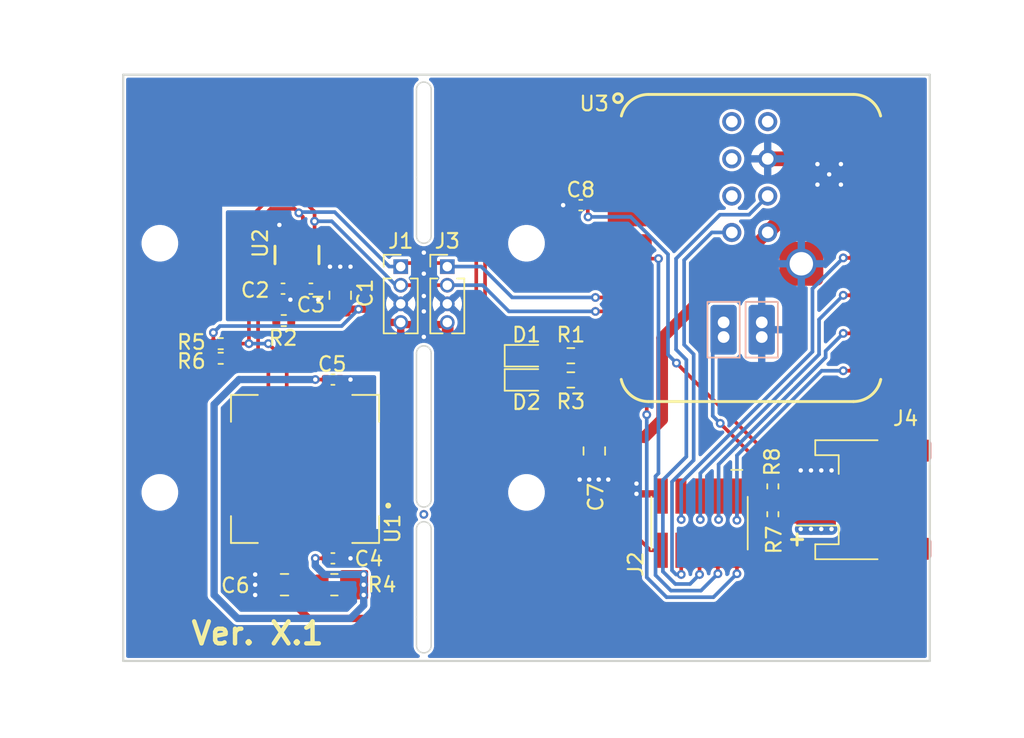
<source format=kicad_pcb>
(kicad_pcb (version 20241229) (generator "pcbnew") (generator_version "9.0")
  (layers (0 "F.Cu" signal) (2 "B.Cu" signal) (13 "F.Paste" user) (15 "B.Paste" user) (5 "F.SilkS" user "F.Silkscreen") (7 "B.SilkS" user "B.Silkscreen") (1 "F.Mask" user) (3 "B.Mask" user) (25 "Edge.Cuts" user))
  (property "PCBVERSION" "Ver. X.1")
  (net 0 "")
  (net 1 "GND")
  (net 2 "/Bat+")
  (net 3 "+3V3")
  (net 4 "Net-(D1-A)")
  (net 5 "/LED_GREEN")
  (net 6 "/U_Bat_ADC")
  (net 7 "/SCL")
  (net 8 "/SDA")
  (net 9 "/RX")
  (net 10 "/MISO")
  (net 11 "/GPIO5")
  (net 12 "/TMS")
  (net 13 "/MOSI")
  (net 14 "/TDO")
  (net 15 "/+5V")
  (net 16 "/SCK")
  (net 17 "/ESP32_EN")
  (net 18 "/TX")
  (net 19 "/TDI")
  (net 20 "Net-(U2-CSB)")
  (net 21 "Net-(U1-VDD)")
  (net 36 "/Boot")
  (net 37 "/MTCK")
  (net 38 "Net-(D2-A)")
  (net 39 "/LED_RED")
  (footprint "Capacitor_SMD:C_0402_1005Metric" (layer "F.Cu") (at 131.2 88.9 180)
    (property "Reference" "C8")
    (property "Value" "100nF, 25V")
  )
  (footprint "Capacitor_SMD:C_0402_1005Metric" (layer "F.Cu") (at 110.9 94.6)
    (property "Reference" "C2")
    (property "Value" "100nF, 25V")
  )
  (footprint "Resistor_SMD:R_0603_1608Metric" (layer "F.Cu") (at 130.525 100.825)
    (property "Reference" "R3")
    (property "Value" "10")
  )
  (footprint "Capacitor_SMD:C_0805_2012Metric" (layer "F.Cu") (at 111 114.8 180)
    (property "Reference" "C6")
    (property "Value" "10uF, 16V")
  )
  (footprint "Capacitor_SMD:C_0402_1005Metric" (layer "F.Cu") (at 114.3 113)
    (property "Reference" "C4")
    (property "Value" "100nF, 25V")
  )
  (footprint "Capacitor_SMD:C_0402_1005Metric" (layer "F.Cu") (at 114.3 100.8)
    (property "Reference" "C5")
    (property "Value" "100nF, 25V")
  )
  (footprint "Footprints:J_Wurth_WR-PHD_62131021021" (layer "F.Cu") (at 139.3 110.6 -90)
    (property "Reference" "J2")
    (property "Value" "62131021021")
  )
  (footprint "Footprints:XIAO-ESP32C6" (layer "F.Cu") (at 142.54 91.8 90)
    (property "Reference" "U3")
    (property "Value" "XIAO ESP32C6")
  )
  (footprint "Resistor_SMD:R_0402_1005Metric" (layer "F.Cu") (at 144.3 108.09 90)
    (property "Reference" "R8")
    (property "Value" "10k")
  )
  (footprint "MountingHole:MountingHole_2.1mm" (layer "F.Cu") (at 127.5 108.5)
    (property "Reference" "H4" (hide yes))
    (property "Value" "MountingHole")
  )
  (footprint "MountingHole:MountingHole_2.1mm" (layer "F.Cu") (at 127.5 91.5)
    (property "Reference" "H3" (hide yes))
    (property "Value" "MountingHole")
  )
  (footprint "Footprints:BME690" (layer "F.Cu") (at 111.85 92.3 90)
    (property "Reference" "U2")
    (property "Value" "BME690" (hide yes))
  )
  (footprint "Resistor_SMD:R_0402_1005Metric" (layer "F.Cu") (at 106.65 98.35)
    (property "Reference" "R5")
    (property "Value" "10k")
  )
  (footprint "Footprints:XDCR_SCD40-D-R2" (layer "F.Cu") (at 112.4 106.9 180)
    (property "Reference" "U1")
    (property "Value" "SCD40-D-R2")
  )
  (footprint "Resistor_SMD:R_0402_1005Metric" (layer "F.Cu") (at 144.3 109.99 90)
    (property "Reference" "R7")
    (property "Value" "8.2k")
  )
  (footprint "Connector_PinHeader_1.27mm:PinHeader_1x04_P1.27mm_Vertical" (layer "F.Cu") (at 122.1 93.095)
    (property "Reference" "J3")
    (property "Value" "Conn_01x04_Pin")
  )
  (footprint "Resistor_SMD:R_0805_2012Metric" (layer "F.Cu") (at 114.4 114.8 180)
    (property "Reference" "R4")
    (property "Value" "1")
  )
  (footprint "Resistor_SMD:R_0603_1608Metric" (layer "F.Cu") (at 130.525 99.175)
    (property "Reference" "R1")
    (property "Value" "130")
  )
  (footprint "Resistor_SMD:R_0402_1005Metric" (layer "F.Cu") (at 106.65 99.35)
    (property "Reference" "R6")
    (property "Value" "10k")
  )
  (footprint "Connector_JST:JST_PH_S2B-PH-SM4-TB_1x02-1MP_P2.00mm_Horizontal" (layer "F.Cu") (at 150.5 109 90)
    (property "Reference" "J4")
    (property "Value" "Conn_01x02_Pin")
  )
  (footprint "Capacitor_SMD:C_0805_2012Metric" (layer "F.Cu") (at 132.125 105.675 -90)
    (property "Reference" "C7")
    (property "Value" "10uF, 16V")
  )
  (footprint "Diode_SMD:D_0603_1608Metric" (layer "F.Cu") (at 127.5 100.825)
    (property "Reference" "D2")
    (property "Value" "LED, green, 150060GS75000")
  )
  (footprint "Capacitor_SMD:C_0805_2012Metric" (layer "F.Cu") (at 114.8 95.05 90)
    (property "Reference" "C1")
    (property "Value" "10uF, 16V")
  )
  (footprint "Resistor_SMD:R_0402_1005Metric" (layer "F.Cu") (at 110.95 96.775 180)
    (property "Reference" "R2")
    (property "Value" "1")
  )
  (footprint "Connector_PinHeader_1.27mm:PinHeader_1x04_P1.27mm_Vertical" (layer "F.Cu") (at 118.925 93.095)
    (property "Reference" "J1")
    (property "Value" "Conn_01x04_Pin")
  )
  (footprint "Capacitor_SMD:C_0402_1005Metric" (layer "F.Cu") (at 112.8 94.6)
    (property "Reference" "C3")
    (property "Value" "100nF, 25V")
  )
  (footprint "Diode_SMD:D_0603_1608Metric" (layer "F.Cu") (at 127.5 99.175)
    (property "Reference" "D1")
    (property "Value" "LED, red, 150060RS75000")
  )
  (footprint "MountingHole:MountingHole_2.1mm" (layer "F.Cu") (at 102.5 108.5)
    (property "Reference" "H2" (hide yes))
    (property "Value" "MountingHole")
  )
  (footprint "MountingHole:MountingHole_2.1mm" (layer "F.Cu") (at 102.5 91.5)
    (property "Reference" "H1" (hide yes))
    (property "Value" "MountingHole")
  )
  (footprint "TestPoint:TestPoint_Keystone_5015_Micro_Mini" (layer "B.Cu") (at 143.54 97.4 90)
    (property "Reference" "TP2" (hide yes))
    (property "Value" "Bat-")
  )
  (footprint "TestPoint:TestPoint_Keystone_5015_Micro_Mini" (layer "B.Cu") (at 140.94 97.4 90)
    (property "Reference" "TP1" (hide yes))
    (property "Value" "Bat+")
  )
  (gr_arc (start 120 99) (mid 120.5 98.5) (end 121 99) (stroke (width 0.1)) (layer "Edge.Cuts"))
  (gr_line (start 120 105) (end 120 109) (stroke (width 0.1)) (layer "Edge.Cuts"))
  (gr_line (start 120 117) (end 120 118.95) (stroke (width 0.1)) (layer "Edge.Cuts"))
  (gr_arc (start 120 81) (mid 120.5 80.5) (end 121 81) (stroke (width 0.1)) (layer "Edge.Cuts"))
  (gr_line (start 121 85) (end 121 91) (stroke (width 0.1)) (layer "Edge.Cuts"))
  (gr_arc (start 121 109) (mid 120.5 109.5) (end 120 109) (stroke (width 0.1)) (layer "Edge.Cuts"))
  (gr_line (start 121 115) (end 121 118.95) (stroke (width 0.1)) (layer "Edge.Cuts"))
  (gr_arc (start 121 91) (mid 120.5 91.5) (end 120 91) (stroke (width 0.1)) (layer "Edge.Cuts"))
  (gr_line (start 121 99) (end 121 103) (stroke (width 0.1)) (layer "Edge.Cuts"))
  (gr_line (start 100 80) (end 100 120) (stroke (width 0.15)) (layer "Edge.Cuts"))
  (gr_line (start 120 81) (end 120 87) (stroke (width 0.1)) (layer "Edge.Cuts"))
  (gr_line (start 120 87) (end 120 91) (stroke (width 0.1)) (layer "Edge.Cuts"))
  (gr_arc (start 120 111) (mid 120.5 110.5) (end 121 111) (stroke (width 0.1)) (layer "Edge.Cuts"))
  (gr_line (start 121 111) (end 121 115) (stroke (width 0.1)) (layer "Edge.Cuts"))
  (gr_line (start 121 81) (end 121 85) (stroke (width 0.1)) (layer "Edge.Cuts"))
  (gr_arc (start 121 118.95) (mid 120.5 119.45) (end 120 118.95) (stroke (width 0.1)) (layer "Edge.Cuts"))
  (gr_line (start 155 80) (end 100 80) (stroke (width 0.15)) (layer "Edge.Cuts"))
  (gr_line (start 155 120) (end 100 120) (stroke (width 0.15)) (layer "Edge.Cuts"))
  (gr_line (start 120 111) (end 120 117) (stroke (width 0.1)) (layer "Edge.Cuts"))
  (gr_line (start 120 99) (end 120 105) (stroke (width 0.1)) (layer "Edge.Cuts"))
  (gr_line (start 121 103) (end 121 109) (stroke (width 0.1)) (layer "Edge.Cuts"))
  (gr_line (start 155 120) (end 155 80) (stroke (width 0.15)) (layer "Edge.Cuts"))
  (gr_text "+" (at 146.7 111.2 180) (layer "F.SilkS") (effects (font (size 1 1) (thickness 0.2) (bold yes)) (justify left bottom)))
  (gr_text "${REVISION}" (at 137.84 82.3 0) (layer "F.SilkS") (effects (font (size 1 1) (thickness 0.2) (bold yes))))
  (gr_text "${PCBVERSION}" (at 104.5 119 0) (layer "F.SilkS") (effects (font (size 1.5 1.5) (thickness 0.3) (bold yes)) (justify left bottom)))
  (gr_text "${PROJECTNAME}" (at 128.1 119 0) (layer "F.SilkS") (effects (font (size 1.5 1.5) (thickness 0.3) (bold yes)) (justify left bottom)))
  (via (at 120.5 110) (size 0.6) (drill 0.3) (layers "F.Cu" "B.Cu") (net 0))
  (segment (start 114.9 109.4) (end 112.4 106.9) (width 0.25) (layer "F.Cu") (net 1))
  (segment (start 147.65 108) (end 147.23 107.58) (width 0.25) (layer "F.Cu") (net 1))
  (segment (start 147.23 107.58) (end 144.3 107.58) (width 0.25) (layer "F.Cu") (net 1))
  (segment (start 115.5 100.8) (end 114.78 100.8) (width 0.25) (layer "F.Cu") (net 1))
  (segment (start 110.65 91.1) (end 110.65 90.25) (width 0.25) (layer "F.Cu") (net 1))
  (segment (start 113.05 93.5) (end 113.05 94.37) (width 0.25) (layer "F.Cu") (net 1))
  (segment (start 136.61 108.6) (end 136.76 108.75) (width 0.5) (layer "F.Cu") (net 1))
  (segment (start 143.9474 85.74) (end 147.08 85.74) (width 1) (layer "F.Cu") (net 1))
  (segment (start 130 88.9) (end 130.72 88.9) (width 0.25) (layer "F.Cu") (net 1))
  (segment (start 114.78 111.02) (end 114.9 110.9) (width 0.25) (layer "F.Cu") (net 1))
  (segment (start 114.9 110.9) (end 114.9 109.4) (width 0.25) (layer "F.Cu") (net 1))
  (segment (start 135 108.6) (end 136.61 108.6) (width 0.5) (layer "F.Cu") (net 1))
  (segment (start 114.78 102.78) (end 114.9 102.9) (width 0.25) (layer "F.Cu") (net 1))
  (segment (start 111.45 94.58) (end 111.43 94.6) (width 0.25) (layer "F.Cu") (net 1))
  (segment (start 113.3 94.62) (end 113.28 94.6) (width 0.25) (layer "F.Cu") (net 1))
  (segment (start 111.45 93.5) (end 111.45 94.58) (width 0.25) (layer "F.Cu") (net 1))
  (segment (start 114.78 113) (end 115.5 113) (width 0.25) (layer "F.Cu") (net 1))
  (segment (start 113.05 94.37) (end 113.28 94.6) (width 0.25) (layer "F.Cu") (net 1))
  (segment (start 113.3 95.35) (end 113.3 94.62) (width 0.25) (layer "F.Cu") (net 1))
  (segment (start 147.08 85.74) (end 148.14 86.8) (width 1) (layer "F.Cu") (net 1))
  (segment (start 135 108.6) (end 135 107.9) (width 0.5) (layer "F.Cu") (net 1))
  (segment (start 111.4 94.62) (end 111.38 94.6) (width 0.25) (layer "F.Cu") (net 1))
  (segment (start 111.4 95.35) (end 111.4 94.62) (width 0.25) (layer "F.Cu") (net 1))
  (segment (start 114.78 113) (end 114.78 111.02) (width 0.25) (layer "F.Cu") (net 1))
  (segment (start 114.78 100.8) (end 114.78 102.78) (width 0.25) (layer "F.Cu") (net 1))
  (via (at 131.775 107.625) (size 0.6) (drill 0.3) (layers "F.Cu" "B.Cu") (net 1))
  (via (at 115.5 100.8) (size 0.6) (drill 0.3) (layers "F.Cu" "B.Cu") (net 1))
  (via (at 120.5 92.14) (size 0.6) (drill 0.3) (layers "F.Cu" "B.Cu") (net 1))
  (via (at 135 108.6) (size 0.6) (drill 0.3) (layers "F.Cu" "B.Cu") (net 1))
  (via (at 115.5 93.1) (size 0.6) (drill 0.3) (layers "F.Cu" "B.Cu") (net 1))
  (via (at 148.14 86.8) (size 0.6) (drill 0.3) (layers "F.Cu" "B.Cu") (net 1))
  (via (at 120.5 93.575) (size 0.6) (drill 0.3) (layers "F.Cu" "B.Cu") (net 1))
  (via (at 114.8 93.1) (size 0.6) (drill 0.3) (layers "F.Cu" "B.Cu") (net 1))
  (via (at 120.5 95.1) (size 0.6) (drill 0.3) (layers "F.Cu" "B.Cu") (net 1))
  (via (at 132.425 107.625) (size 0.6) (drill 0.3) (layers "F.Cu" "B.Cu") (net 1))
  (via (at 133.075 107.625) (size 0.6) (drill 0.3) (layers "F.Cu" "B.Cu") (net 1))
  (via (at 131.125 107.625) (size 0.6) (drill 0.3) (layers "F.Cu" "B.Cu") (net 1))
  (via (at 114.1 93.1) (size 0.6) (drill 0.3) (layers "F.Cu" "B.Cu") (net 1))
  (via (at 148.94 87.5) (size 0.6) (drill 0.3) (layers "F.Cu" "B.Cu") (net 1))
  (via (at 148.3 107) (size 0.6) (drill 0.3) (layers "F.Cu" "B.Cu") (net 1))
  (via (at 109 114.8) (size 0.6) (drill 0.3) (layers "F.Cu" "B.Cu") (net 1))
  (via (at 113.3 95.35) (size 0.6) (drill 0.3) (layers "F.Cu" "B.Cu") (net 1))
  (via (at 146.9 107) (size 0.6) (drill 0.3) (layers "F.Cu" "B.Cu") (net 1))
  (via (at 115.5 113) (size 0.6) (drill 0.3) (layers "F.Cu" "B.Cu") (net 1))
  (via (at 120.5 96.15) (size 0.6) (drill 0.3) (layers "F.Cu" "B.Cu") (net 1))
  (via (at 111.4 95.35) (size 0.6) (drill 0.3) (layers "F.Cu" "B.Cu") (net 1))
  (via (at 148.94 86.1) (size 0.6) (drill 0.3) (layers "F.Cu" "B.Cu") (net 1))
  (via (at 120.5 97.89) (size 0.6) (drill 0.3) (layers "F.Cu" "B.Cu") (net 1))
  (via (at 110.65 90.25) (size 0.6) (drill 0.3) (layers "F.Cu" "B.Cu") (net 1))
  (via (at 146.2 107) (size 0.6) (drill 0.3) (layers "F.Cu" "B.Cu") (net 1))
  (via (at 147.34 87.5) (size 0.6) (drill 0.3) (layers "F.Cu" "B.Cu") (net 1))
  (via (at 109 114.1) (size 0.6) (drill 0.3) (layers "F.Cu" "B.Cu") (net 1))
  (via (at 109 115.5) (size 0.6) (drill 0.3) (layers "F.Cu" "B.Cu") (net 1))
  (via (at 147.34 86.1) (size 0.6) (drill 0.3) (layers "F.Cu" "B.Cu") (net 1))
  (via (at 130 88.9) (size 0.6) (drill 0.3) (layers "F.Cu" "B.Cu") (net 1))
  (via (at 147.6 107) (size 0.6) (drill 0.3) (layers "F.Cu" "B.Cu") (net 1))
  (via (at 135 107.9) (size 0.6) (drill 0.3) (layers "F.Cu" "B.Cu") (net 1))
  (segment (start 147.15 110.5) (end 147.65 110) (width 0.25) (layer "F.Cu") (net 2))
  (segment (start 144.3 110.5) (end 147.15 110.5) (width 0.25) (layer "F.Cu") (net 2))
  (segment (start 142.95 109.9) (end 143.55 110.5) (width 0.25) (layer "F.Cu") (net 2))
  (segment (start 143.55 110.5) (end 144.3 110.5) (width 0.25) (layer "F.Cu") (net 2))
  (segment (start 142.95 106.030206) (end 142.95 109.9) (width 0.25) (layer "F.Cu") (net 2))
  (segment (start 140.709897 103.790103) (end 142.95 106.030206) (width 0.25) (layer "F.Cu") (net 2))
  (via (at 147.6 111) (size 0.6) (drill 0.3) (layers "F.Cu" "B.Cu") (net 2))
  (via (at 146.2 111) (size 0.6) (drill 0.3) (layers "F.Cu" "B.Cu") (net 2))
  (via (at 140.709897 103.790103) (size 0.6) (drill 0.3) (layers "F.Cu" "B.Cu") (net 2))
  (via (at 146.9 111) (size 0.6) (drill 0.3) (layers "F.Cu" "B.Cu") (net 2))
  (via (at 148.3 111) (size 0.6) (drill 0.3) (layers "F.Cu" "B.Cu") (net 2))
  (segment (start 140.942962 97.397038) (end 140.942962 96.9) (width 0.5) (layer "B.Cu") (net 2))
  (segment (start 140.2 103.280207) (end 140.2 98.642962) (width 0.25) (layer "B.Cu") (net 2))
  (segment (start 140.709897 103.790103) (end 140.2 103.280207) (width 0.25) (layer "B.Cu") (net 2))
  (segment (start 140.94 96.15) (end 140.94 97.4) (width 0.5) (layer "B.Cu") (net 2))
  (segment (start 140.2 98.642962) (end 140.942962 97.9) (width 0.25) (layer "B.Cu") (net 2))
  (segment (start 140.94 97.4) (end 140.942962 97.397038) (width 0.5) (layer "B.Cu") (net 2))
  (segment (start 146.9 111) (end 147.6 111) (width 0.8) (layer "B.Cu") (net 2))
  (segment (start 147.6 111) (end 148.3 111) (width 0.8) (layer "B.Cu") (net 2))
  (segment (start 146.2 111) (end 146.9 111) (width 0.8) (layer "B.Cu") (net 2))
  (segment (start 118.925 96.905) (end 119.07 97.05) (width 0.5) (layer "F.Cu") (net 3))
  (segment (start 122.1 96.905) (end 122.125 96.93) (width 0.8) (layer "F.Cu") (net 3))
  (segment (start 106.15 98.34) (end 106.14 98.35) (width 0.25) (layer "F.Cu") (net 3))
  (segment (start 111.95 116.4) (end 112.65 117.1) (width 0.5) (layer "F.Cu") (net 3))
  (segment (start 114.8 96) (end 116.85 96) (width 0.5) (layer "F.Cu") (net 3))
  (segment (start 118.925 114.825) (end 118.925 97.085) (width 0.5) (layer "F.Cu") (net 3))
  (segment (start 122.125 101.475) (end 125 104.35) (width 0.8) (layer "F.Cu") (net 3))
  (segment (start 122.125 96.93) (end 122.125 101.475) (width 0.8) (layer "F.Cu") (net 3))
  (segment (start 125 104.35) (end 125.375 104.725) (width 0.8) (layer "F.Cu") (net 3))
  (segment (start 136.75 103.525) (end 135.55 104.725) (width 0.8) (layer "F.Cu") (net 3))
  (segment (start 133.975 108.925) (end 133.975 104.725) (width 0.25) (layer "F.Cu") (net 3))
  (segment (start 134.9 111.4) (end 134.9 109.85) (width 0.25) (layer "F.Cu") (net 3))
  (segment (start 125.375 104.725) (end 132.125 104.725) (width 0.8) (layer "F.Cu") (net 3))
  (segment (start 106.14 99.35) (end 106.14 98.35) (width 0.25) (layer "F.Cu") (net 3))
  (segment (start 112.65 117.1) (end 116.65 117.1) (width 0.5) (layer "F.Cu") (net 3))
  (segment (start 131.35 103.95) (end 132.125 104.725) (width 0.25) (layer "F.Cu") (net 3))
  (segment (start 106.15 97.6) (end 106.15 98.34) (width 0.25) (layer "F.Cu") (net 3))
  (segment (start 112.235 96) (end 111.46 96.775) (width 0.2) (layer "F.Cu") (net 3))
  (segment (start 136.75 97.9606) (end 136.75 103.525) (width 0.8) (layer "F.Cu") (net 3))
  (segment (start 136.76 112.45) (end 135.95 112.45) (width 0.25) (layer "F.Cu") (net 3))
  (segment (start 134.9 109.85) (end 133.975 108.925) (width 0.25) (layer "F.Cu") (net 3))
  (segment (start 118.92 96.9) (end 118.925 96.905) (width 0.5) (layer "F.Cu") (net 3))
  (segment (start 121.955 97.05) (end 122.1 96.905) (width 0.5) (layer "F.Cu") (net 3))
  (segment (start 145.3356 89.375) (end 151.011 89.375) (width 1) (layer "F.Cu") (net 3))
  (segment (start 116.65 117.1) (end 118.925 114.825) (width 0.5) (layer "F.Cu") (net 3))
  (segment (start 135.95 112.45) (end 134.9 111.4) (width 0.25) (layer "F.Cu") (net 3))
  (segment (start 131.35 99.175) (end 131.35 100.825) (width 0.25) (layer "F.Cu") (net 3))
  (segment (start 117.75 96.9) (end 118.92 96.9) (width 0.5) (layer "F.Cu") (net 3))
  (segment (start 135.55 104.725) (end 132.125 104.725) (width 0.8) (layer "F.Cu") (net 3))
  (segment (start 119.07 97.05) (end 121.955 97.05) (width 0.5) (layer "F.Cu") (net 3))
  (segment (start 116.85 96) (end 117.75 96.9) (width 0.5) (layer "F.Cu") (net 3))
  (segment (start 114.55 96.25) (end 114.8 96) (width 0.25) (layer "F.Cu") (net 3))
  (segment (start 111.95 114.8) (end 113.4875 114.8) (width 0.25) (layer "F.Cu") (net 3))
  (segment (start 131.35 100.825) (end 131.35 103.95) (width 0.25) (layer "F.Cu") (net 3))
  (segment (start 145.3356 89.375) (end 143.9474 90.7632) (width 1) (layer "F.Cu") (net 3))
  (segment (start 143.9474 90.7632) (end 136.75 97.9606) (width 0.8) (layer "F.Cu") (net 3))
  (segment (start 111.95 114.8) (end 111.95 116.4) (width 0.5) (layer "F.Cu") (net 3))
  (segment (start 133.975 104.725) (end 132.125 104.725) (width 0.25) (layer "F.Cu") (net 3))
  (segment (start 114.8 96) (end 112.235 96) (width 0.2) (layer "F.Cu") (net 3))
  (via (at 116.05 96) (size 0.6) (drill 0.3) (layers "F.Cu" "B.Cu") (net 3))
  (via (at 106.15 97.6) (size 0.6) (drill 0.3) (layers "F.Cu" "B.Cu") (net 3))
  (segment (start 106.6 97.15) (end 106.15 97.6) (width 0.25) (layer "B.Cu") (net 3))
  (segment (start 116.05 96) (end 114.9 97.15) (width 0.25) (layer "B.Cu") (net 3))
  (segment (start 114.9 97.15) (end 106.6 97.15) (width 0.25) (layer "B.Cu") (net 3))
  (segment (start 128.2875 99.175) (end 129.7 99.175) (width 0.25) (layer "F.Cu") (net 4))
  (segment (start 126.7125 101.2125) (end 126.7125 101.225) (width 0.25) (layer "F.Cu") (net 5))
  (segment (start 128.309 84.266) (end 124.075 88.5) (width 0.25) (layer "F.Cu") (net 5))
  (segment (start 134.54 84.266) (end 128.309 84.266) (width 0.25) (layer "F.Cu") (net 5))
  (segment (start 124.075 98.1875) (end 126.7125 100.825) (width 0.25) (layer "F.Cu") (net 5))
  (segment (start 124.075 88.5) (end 124.075 98.1875) (width 0.25) (layer "F.Cu") (net 5))
  (segment (start 144.3 108.6) (end 144.3 109.48) (width 0.25) (layer "F.Cu") (net 6))
  (segment (start 137.725 99.675) (end 143.45 105.4) (width 0.25) (layer "F.Cu") (net 6))
  (segment (start 131.68 88.9) (end 131.68 89.68) (width 0.25) (layer "F.Cu") (net 6))
  (segment (start 131.68 88.9) (end 134.094 88.9) (width 0.25) (layer "F.Cu") (net 6))
  (segment (start 143.45 108.2) (end 143.85 108.6) (width 0.25) (layer "F.Cu") (net 6))
  (segment (start 143.45 105.4) (end 143.45 108.2) (width 0.25) (layer "F.Cu") (net 6))
  (segment (start 131.68 89.68) (end 131.7 89.7) (width 0.25) (layer "F.Cu") (net 6))
  (segment (start 134.094 88.9) (end 134.54 89.346) (width 0.25) (layer "F.Cu") (net 6))
  (segment (start 143.85 108.6) (end 144.3 108.6) (width 0.25) (layer "F.Cu") (net 6))
  (via (at 131.7 89.7) (size 0.6) (drill 0.3) (layers "F.Cu" "B.Cu") (net 6))
  (via (at 137.725 99.675) (size 0.6) (drill 0.3) (layers "F.Cu" "B.Cu") (net 6))
  (segment (start 137.15 92.25) (end 134.6 89.7) (width 0.25) (layer "B.Cu") (net 6))
  (segment (start 134.6 89.7) (end 131.7 89.7) (width 0.25) (layer "B.Cu") (net 6))
  (segment (start 137.725 99.675) (end 137.15 99.1) (width 0.25) (layer "B.Cu") (net 6))
  (segment (start 137.15 99.1) (end 137.15 92.25) (width 0.25) (layer "B.Cu") (net 6))
  (segment (start 112.35 88.65) (end 109.75 88.65) (width 0.25) (layer "F.Cu") (net 7))
  (segment (start 109.75 88.65) (end 108.575 89.825) (width 0.25) (layer "F.Cu") (net 7))
  (segment (start 132.25 96.150003) (end 133.724003 96.150003) (width 0.25) (layer "F.Cu") (net 7))
  (segment (start 111.15 99.6) (end 111.15 102.9) (width 0.25) (layer "F.Cu") (net 7))
  (segment (start 113.05 89.35) (end 112.35 88.65) (width 0.25) (layer "F.Cu") (net 7))
  (segment (start 109.9 98.35) (end 111.15 99.6) (width 0.25) (layer "F.Cu") (net 7))
  (segment (start 113.05 90) (end 113.05 89.35) (width 0.25) (layer "F.Cu") (net 7))
  (segment (start 113.05 90) (end 113.05 91.1) (width 0.25) (layer "F.Cu") (net 7))
  (segment (start 133.724003 96.150003) (end 134.506 96.932) (width 0.25) (layer "F.Cu") (net 7))
  (segment (start 119.2 94.36) (end 121.75 94.36) (width 0.25) (layer "F.Cu") (net 7))
  (segment (start 107.16 98.35) (end 108.575 98.35) (width 0.25) (layer "F.Cu") (net 7))
  (segment (start 108.575 89.825) (end 108.575 98.35) (width 0.25) (layer "F.Cu") (net 7))
  (segment (start 134.506 97) (end 134.54 96.966) (width 0.25) (layer "F.Cu") (net 7))
  (segment (start 134.506 96.932) (end 134.506 97) (width 0.25) (layer "F.Cu") (net 7))
  (via (at 132.2 96.150003) (size 0.6) (drill 0.3) (layers "F.Cu" "B.Cu") (net 7))
  (via (at 108.575 98.35) (size 0.6) (drill 0.3) (layers "F.Cu" "B.Cu") (net 7))
  (via (at 113.05 90) (size 0.6) (drill 0.3) (layers "F.Cu" "B.Cu") (net 7))
  (via (at 109.9 98.35) (size 0.6) (drill 0.3) (layers "F.Cu" "B.Cu") (net 7))
  (segment (start 114.222894 90) (end 118.492894 94.27) (width 0.25) (layer "B.Cu") (net 7))
  (segment (start 118.582894 94.36) (end 119.2 94.36) (width 0.25) (layer "B.Cu") (net 7))
  (segment (start 126.300003 96.150003) (end 124.51 94.36) (width 0.25) (layer "B.Cu") (net 7))
  (segment (start 108.575 98.35) (end 109.9 98.35) (width 0.25) (layer "B.Cu") (net 7))
  (segment (start 113.05 90) (end 114.222894 90) (width 0.25) (layer "B.Cu") (net 7))
  (segment (start 118.492894 94.27) (end 118.582894 94.36) (width 0.25) (layer "B.Cu") (net 7))
  (segment (start 132.25 96.150003) (end 126.300003 96.150003) (width 0.25) (layer "B.Cu") (net 7))
  (segment (start 124.51 94.36) (end 121.75 94.36) (width 0.25) (layer "B.Cu") (net 7))
  (segment (start 133.766 95.2) (end 134.514 94.452) (width 0.25) (layer "F.Cu") (net 8))
  (segment (start 121.855 92.85) (end 122.1 93.095) (width 0.25) (layer "F.Cu") (net 8))
  (segment (start 107.21 99.3) (end 107.16 99.35) (width 0.25) (layer "F.Cu") (net 8))
  (segment (start 109.2 99.3) (end 109.2 98.976) (width 0.25) (layer "F.Cu") (net 8))
  (segment (start 111.7 89.15) (end 110.05 89.15) (width 0.25) (layer "F.Cu") (net 8))
  (segment (start 109.2 90) (end 109.2 97.724) (width 0.25) (layer "F.Cu") (net 8))
  (segment (start 119.17 92.85) (end 121.855 92.85) (width 0.25) (layer "F.Cu") (net 8))
  (segment (start 111.975 89.425) (end 112.25 89.7) (width 0.25) (layer "F.Cu") (net 8))
  (segment (start 118.925 93.095) (end 119.17 92.85) (width 0.25) (layer "F.Cu") (net 8))
  (segment (start 112.25 89.7) (end 112.25 91.1) (width 0.25) (layer "F.Cu") (net 8))
  (segment (start 132.2 95.2) (end 133.766 95.2) (width 0.25) (layer "F.Cu") (net 8))
  (segment (start 134.514 94.452) (end 134.514 94.4) (width 0.25) (layer "F.Cu") (net 8))
  (segment (start 109.9 102.9) (end 109.9 100) (width 0.25) (layer "F.Cu") (net 8))
  (segment (start 110.05 89.15) (end 109.2 90) (width 0.25) (layer "F.Cu") (net 8))
  (segment (start 109.2 99.3) (end 107.21 99.3) (width 0.25) (layer "F.Cu") (net 8))
  (segment (start 134.514 94.4) (end 134.54 94.426) (width 0.25) (layer "F.Cu") (net 8))
  (segment (start 111.975 89.425) (end 111.7 89.15) (width 0.25) (layer "F.Cu") (net 8))
  (segment (start 109.2 98.966702) (end 109.2 97.733298) (width 0.25) (layer "F.Cu") (net 8))
  (segment (start 109.9 100) (end 109.2 99.3) (width 0.25) (layer "F.Cu") (net 8))
  (via (at 132.2 95.2) (size 0.6) (drill 0.3) (layers "F.Cu" "B.Cu") (net 8))
  (via (at 111.975 89.425) (size 0.6) (drill 0.3) (layers "F.Cu" "B.Cu") (net 8))
  (segment (start 124.415 93.09) (end 121.75 93.09) (width 0.25) (layer "B.Cu") (net 8))
  (segment (start 114.424 89.374) (end 118.05 93) (width 0.25) (layer "B.Cu") (net 8))
  (segment (start 118.14 93.09) (end 119.2 93.09) (width 0.25) (layer "B.Cu") (net 8))
  (segment (start 111.975 89.425) (end 112.026 89.374) (width 0.25) (layer "B.Cu") (net 8))
  (segment (start 132.2 95.2) (end 126.525 95.2) (width 0.25) (layer "B.Cu") (net 8))
  (segment (start 112.026 89.374) (end 114.424 89.374) (width 0.25) (layer "B.Cu") (net 8))
  (segment (start 118.05 93) (end 118.14 93.09) (width 0.25) (layer "B.Cu") (net 8))
  (segment (start 126.525 95.2) (end 124.415 93.09) (width 0.25) (layer "B.Cu") (net 8))
  (segment (start 141.85 108.76) (end 141.84 108.75) (width 0.25) (layer "F.Cu") (net 9))
  (segment (start 151.024 99.49) (end 151.04 99.506) (width 0.25) (layer "F.Cu") (net 9))
  (segment (start 149.1 100.2) (end 150.346 100.2) (width 0.25) (layer "F.Cu") (net 9))
  (segment (start 141.85 110.4) (end 141.85 108.76) (width 0.25) (layer "F.Cu") (net 9))
  (segment (start 150.346 100.2) (end 151.04 99.506) (width 0.25) (layer "F.Cu") (net 9))
  (via (at 141.85 110.4) (size 0.6) (drill 0.3) (layers "F.Cu" "B.Cu") (net 9))
  (via (at 149.1 100.2) (size 0.6) (drill 0.3) (layers "F.Cu" "B.Cu") (net 9))
  (segment (start 141.85 105.97562) (end 141.85 110.4) (width 0.25) (layer "B.Cu") (net 9))
  (segment (start 147.62562 100.2) (end 141.85 105.97562) (width 0.25) (layer "B.Cu") (net 9))
  (segment (start 149.1 100.2) (end 147.62562 100.2) (width 0.25) (layer "B.Cu") (net 9))
  (segment (start 139.35 108.8) (end 139.3 108.75) (width 0.25) (layer "F.Cu") (net 10))
  (segment (start 139.35 110.35) (end 139.35 108.8) (width 0.25) (layer "F.Cu") (net 10))
  (segment (start 150.416 95.05) (end 151.04 94.426) (width 0.25) (layer "F.Cu") (net 10))
  (segment (start 149.1 95.05) (end 150.416 95.05) (width 0.25) (layer "F.Cu") (net 10))
  (segment (start 151.024 94.41) (end 151.04 94.426) (width 0.25) (layer "F.Cu") (net 10))
  (via (at 149.1 95.05) (size 0.6) (drill 0.3) (layers "F.Cu" "B.Cu") (net 10))
  (via (at 139.35 110.35) (size 0.6) (drill 0.3) (layers "F.Cu" "B.Cu") (net 10))
  (segment (start 147.45 96.7) (end 147.45 99.08781) (width 0.25) (layer "B.Cu") (net 10))
  (segment (start 147.45 99.08781) (end 145.55 100.98781) (width 0.25) (layer "B.Cu") (net 10))
  (segment (start 149.1 95.05) (end 147.45 96.7) (width 0.25) (layer "B.Cu") (net 10))
  (segment (start 139.35 107.2) (end 139.35 110.35) (width 0.25) (layer "B.Cu") (net 10))
  (segment (start 145.55 101) (end 139.35 107.2) (width 0.25) (layer "B.Cu") (net 10))
  (segment (start 145.55 100.98781) (end 145.55 101) (width 0.25) (layer "B.Cu") (net 10))
  (segment (start 136.5 92.55) (end 135.204 92.55) (width 0.25) (layer "F.Cu") (net 11))
  (segment (start 140.55 114.05) (end 140.55 112.47) (width 0.25) (layer "F.Cu") (net 11))
  (segment (start 135.204 92.55) (end 134.54 91.886) (width 0.25) (layer "F.Cu") (net 11))
  (segment (start 140.55 112.47) (end 140.57 112.45) (width 0.25) (layer "F.Cu") (net 11))
  (via (at 136.5 92.55) (size 0.6) (drill 0.3) (layers "F.Cu" "B.Cu") (net 11))
  (via (at 140.55 114.05) (size 0.6) (drill 0.3) (layers "F.Cu" "B.Cu") (net 11))
  (segment (start 136.5 107.2) (end 136.5 92.55) (width 0.25) (layer "B.Cu") (net 11))
  (segment (start 136.3 114.15) (end 136.3 107.4) (width 0.25) (layer "B.Cu") (net 11))
  (segment (start 137.35 115.2) (end 136.3 114.15) (width 0.25) (layer "B.Cu") (net 11))
  (segment (start 140.55 114.05) (end 139.4 115.2) (width 0.25) (layer "B.Cu") (net 11))
  (segment (start 139.4 115.2) (end 137.35 115.2) (width 0.25) (layer "B.Cu") (net 11))
  (segment (start 136.3 107.4) (end 136.5 107.2) (width 0.25) (layer "B.Cu") (net 11))
  (segment (start 138.05 110.35) (end 138.05 108.77) (width 0.25) (layer "F.Cu") (net 13))
  (segment (start 151.024 91.87) (end 151.04 91.886) (width 0.25) (layer "F.Cu") (net 13))
  (segment (start 138.05 108.77) (end 138.03 108.75) (width 0.25) (layer "F.Cu") (net 13))
  (segment (start 150.426 92.5) (end 151.04 91.886) (width 0.25) (layer "F.Cu") (net 13))
  (segment (start 149.1 92.5) (end 150.426 92.5) (width 0.25) (layer "F.Cu") (net 13))
  (via (at 138.05 110.35) (size 0.6) (drill 0.3) (layers "F.Cu" "B.Cu") (net 13))
  (via (at 149.1 92.5) (size 0.6) (drill 0.3) (layers "F.Cu" "B.Cu") (net 13))
  (segment (start 147 94.6) (end 147 98.9) (width 0.25) (layer "B.Cu") (net 13))
  (segment (start 149.1 92.5) (end 147 94.6) (width 0.25) (layer "B.Cu") (net 13))
  (segment (start 138.05 107.85) (end 138.05 110.35) (width 0.25) (layer "B.Cu") (net 13))
  (segment (start 147 98.9) (end 138.05 107.85) (width 0.25) (layer "B.Cu") (net 13))
  (segment (start 151.024 96.95) (end 151.04 96.966) (width 0.25) (layer "F.Cu") (net 16))
  (segment (start 140.6 108.78) (end 140.57 108.75) (width 0.25) (layer "F.Cu") (net 16))
  (segment (start 140.6 110.35) (end 140.6 108.78) (width 0.25) (layer "F.Cu") (net 16))
  (segment (start 150.356 97.65) (end 151.04 96.966) (width 0.25) (layer "F.Cu") (net 16))
  (segment (start 149.1 97.65) (end 150.356 97.65) (width 0.25) (layer "F.Cu") (net 16))
  (via (at 149.1 97.65) (size 0.6) (drill 0.3) (layers "F.Cu" "B.Cu") (net 16))
  (via (at 140.6 110.35) (size 0.6) (drill 0.3) (layers "F.Cu" "B.Cu") (net 16))
  (segment (start 147.9 98.85) (end 147.9 99.28781) (width 0.25) (layer "B.Cu") (net 16))
  (segment (start 147.9 99.28781) (end 140.6 106.58781) (width 0.25) (layer "B.Cu") (net 16))
  (segment (start 149.1 97.65) (end 147.9 98.85) (width 0.25) (layer "B.Cu") (net 16))
  (segment (start 140.6 106.58781) (end 140.6 110.35) (width 0.25) (layer "B.Cu") (net 16))
  (segment (start 135.7 103.2) (end 135.7 99.8) (width 0.25) (layer "F.Cu") (net 18))
  (segment (start 141.85 112.46) (end 141.84 112.45) (width 0.25) (layer "F.Cu") (net 18))
  (segment (start 135.7 99.8) (end 135.9 99.6) (width 0.25) (layer "F.Cu") (net 18))
  (segment (start 141.85 114.05) (end 141.85 112.46) (width 0.25) (layer "F.Cu") (net 18))
  (via (at 135.7 103.2) (size 0.6) (drill 0.3) (layers "F.Cu" "B.Cu") (net 18))
  (via (at 141.85 114.05) (size 0.6) (drill 0.3) (layers "F.Cu" "B.Cu") (net 18))
  (segment (start 140.25 115.65) (end 141.85 114.05) (width 0.25) (layer "B.Cu") (net 18))
  (segment (start 137.05 115.65) (end 140.25 115.65) (width 0.25) (layer "B.Cu") (net 18))
  (segment (start 135.7 103.2) (end 135.7 114.3) (width 0.25) (layer "B.Cu") (net 18))
  (segment (start 135.7 114.3) (end 137.05 115.65) (width 0.25) (layer "B.Cu") (net 18))
  (segment (start 111.649943 95.95) (end 110.44 95.95) (width 0.2) (layer "F.Cu") (net 20))
  (segment (start 110.44 94.62) (end 110.42 94.6) (width 0.25) (layer "F.Cu") (net 20))
  (segment (start 109.75 93.93) (end 110.42 94.6) (width 0.25) (layer "F.Cu") (net 20))
  (segment (start 111.45 90.15) (end 110.924 89.624) (width 0.25) (layer "F.Cu") (net 20))
  (segment (start 112.25 93.5) (end 112.25 94.53) (width 0.25) (layer "F.Cu") (net 20))
  (segment (start 112.25 94.53) (end 112.32 94.6) (width 0.25) (layer "F.Cu") (net 20))
  (segment (start 110.44 96.775) (end 110.44 95.95) (width 0.2) (layer "F.Cu") (net 20))
  (segment (start 110.276 89.624) (end 109.75 90.15) (width 0.25) (layer "F.Cu") (net 20))
  (segment (start 109.75 90.15) (end 109.75 93.93) (width 0.25) (layer "F.Cu") (net 20))
  (segment (start 110.65 94.42) (end 110.47 94.6) (width 0.25) (layer "F.Cu") (net 20))
  (segment (start 110.44 95.95) (end 110.44 94.62) (width 0.2) (layer "F.Cu") (net 20))
  (segment (start 112.32 95.279943) (end 111.649943 95.95) (width 0.2) (layer "F.Cu") (net 20))
  (segment (start 110.924 89.624) (end 110.276 89.624) (width 0.25) (layer "F.Cu") (net 20))
  (segment (start 112.32 94.6) (end 112.32 95.279943) (width 0.2) (layer "F.Cu") (net 20))
  (segment (start 111.45 91.1) (end 111.45 90.15) (width 0.25) (layer "F.Cu") (net 20))
  (segment (start 110.65 93.5) (end 110.65 94.42) (width 0.25) (layer "F.Cu") (net 20))
  (segment (start 113.82 113) (end 113.82 111.07) (width 0.25) (layer "F.Cu") (net 21))
  (segment (start 113.82 100.8) (end 113.82 102.73) (width 0.25) (layer "F.Cu") (net 21))
  (segment (start 113.82 102.73) (end 113.65 102.9) (width 0.25) (layer "F.Cu") (net 21))
  (segment (start 113.1 100.8) (end 113.82 100.8) (width 0.25) (layer "F.Cu") (net 21))
  (segment (start 113.82 111.07) (end 113.65 110.9) (width 0.25) (layer "F.Cu") (net 21))
  (segment (start 113.1 113) (end 113.82 113) (width 0.25) (layer "F.Cu") (net 21))
  (via (at 116.4 114.1) (size 0.6) (drill 0.3) (layers "F.Cu" "B.Cu") (net 21))
  (via (at 116.4 114.8) (size 0.6) (drill 0.3) (layers "F.Cu" "B.Cu") (net 21))
  (via (at 116.4 115.5) (size 0.6) (drill 0.3) (layers "F.Cu" "B.Cu") (net 21))
  (via (at 113.1 100.8) (size 0.6) (drill 0.3) (layers "F.Cu" "B.Cu") (net 21))
  (via (at 113.1 113) (size 0.6) (drill 0.3) (layers "F.Cu" "B.Cu") (net 21))
  (segment (start 113.1 100.8) (end 107.9 100.8) (width 0.5) (layer "B.Cu") (net 21))
  (segment (start 107.8 117.1) (end 115.5 117.1) (width 0.5) (layer "B.Cu") (net 21))
  (segment (start 113.1 113.5) (end 113.7 114.1) (width 0.5) (layer "B.Cu") (net 21))
  (segment (start 115.5 117.1) (end 116.4 116.2) (width 0.5) (layer "B.Cu") (net 21))
  (segment (start 106.2 102.5) (end 106.2 115.5) (width 0.5) (layer "B.Cu") (net 21))
  (segment (start 116.4 114.8) (end 116.4 114.1) (width 0.5) (layer "B.Cu") (net 21))
  (segment (start 116.4 116.2) (end 116.4 115.5) (width 0.5) (layer "B.Cu") (net 21))
  (segment (start 113.7 114.1) (end 116.4 114.1) (width 0.5) (layer "B.Cu") (net 21))
  (segment (start 113.1 113) (end 113.1 113.5) (width 0.5) (layer "B.Cu") (net 21))
  (segment (start 107.9 100.8) (end 106.2 102.5) (width 0.5) (layer "B.Cu") (net 21))
  (segment (start 106.2 115.5) (end 107.8 117.1) (width 0.5) (layer "B.Cu") (net 21))
  (segment (start 116.4 114.8) (end 116.4 115.5) (width 0.5) (layer "B.Cu") (net 21))
  (segment (start 138.05 112.47) (end 138.03 112.45) (width 0.25) (layer "F.Cu") (net 36))
  (segment (start 138.05 114.1) (end 138.05 112.47) (width 0.25) (layer "F.Cu") (net 36))
  (via (at 138.05 114.1) (size 0.6) (drill 0.3) (layers "F.Cu" "B.Cu") (net 36))
  (segment (start 137.424 107.776) (end 138.9 106.3) (width 0.25) (layer "B.Cu") (net 36))
  (segment (start 140.1368 90.7632) (end 141.5 90.7632) (width 0.25) (layer "B.Cu") (net 36))
  (segment (start 138.9 99.075) (end 138.25 98.425) (width 0.25) (layer "B.Cu") (net 36))
  (segment (start 137.424 113.824) (end 137.424 107.776) (width 0.25) (layer "B.Cu") (net 36))
  (segment (start 138.05 114.1) (end 137.7 114.1) (width 0.25) (layer "B.Cu") (net 36))
  (segment (start 138.9 106.3) (end 138.9 99.075) (width 0.25) (layer "B.Cu") (net 36))
  (segment (start 137.7 114.1) (end 137.424 113.824) (width 0.25) (layer "B.Cu") (net 36))
  (segment (start 138.25 92.65) (end 140.1368 90.7632) (width 0.25) (layer "B.Cu") (net 36))
  (segment (start 138.25 98.425) (end 138.25 92.65) (width 0.25) (layer "B.Cu") (net 36))
  (segment (start 139.3 114.1) (end 139.3 112.45) (width 0.25) (layer "F.Cu") (net 37))
  (via (at 139.3 114.1) (size 0.6) (drill 0.3) (layers "F.Cu" "B.Cu") (net 37))
  (segment (start 138.4 99.45) (end 138.4 106.0625) (width 0.25) (layer "B.Cu") (net 37))
  (segment (start 138.65 114.75) (end 139.3 114.1) (width 0.25) (layer "B.Cu") (net 37))
  (segment (start 143.9474 88.28) (end 142.6774 89.55) (width 0.25) (layer "B.Cu") (net 37))
  (segment (start 137.65 114.75) (end 138.65 114.75) (width 0.25) (layer "B.Cu") (net 37))
  (segment (start 136.8 107.6625) (end 136.8 113.9) (width 0.25) (layer "B.Cu") (net 37))
  (segment (start 138.4 106.0625) (end 136.8 107.6625) (width 0.25) (layer "B.Cu") (net 37))
  (segment (start 140.7 89.55) (end 137.7 92.55) (width 0.25) (layer "B.Cu") (net 37))
  (segment (start 137.7 92.55) (end 137.7 98.75) (width 0.25) (layer "B.Cu") (net 37))
  (segment (start 142.6774 89.55) (end 140.7 89.55) (width 0.25) (layer "B.Cu") (net 37))
  (segment (start 136.8 113.9) (end 137.65 114.75) (width 0.25) (layer "B.Cu") (net 37))
  (segment (start 137.7 98.75) (end 138.4 99.45) (width 0.25) (layer "B.Cu") (net 37))
  (segment (start 128.2875 100.825) (end 129.7 100.825) (width 0.25) (layer "F.Cu") (net 38))
  (segment (start 126.694 86.806) (end 124.675 88.825) (width 0.25) (layer "F.Cu") (net 39))
  (segment (start 124.675 88.825) (end 124.675 97.1375) (width 0.25) (layer "F.Cu") (net 39))
  (segment (start 124.675 97.1375) (end 126.7125 99.175) (width 0.25) (layer "F.Cu") (net 39))
  (segment (start 134.54 86.806) (end 126.694 86.806) (width 0.25) (layer "F.Cu") (net 39))
  (zone (net 1) (net_name "GND") (layer "F.Cu") (priority 6) (connect_pads yes (clearance 0.25)) (min_thickness 0.3) (fill yes (thermal_gap 0.3) (thermal_bridge_width 0.45))
    (polygon (pts (xy 115.8 92.8) (xy 115.8 94.6) (xy 113.8 94.6) (xy 113.8 92.8)))
  )
  (zone (net 2) (net_name "/Bat+") (layer "F.Cu") (priority 3) (connect_pads yes (clearance 0.25)) (min_thickness 0.25) (fill yes (thermal_gap 0.5) (thermal_bridge_width 0.5))
    (polygon (pts (xy 148.6 111.325) (xy 145.9 111.325) (xy 145.9 109.5) (xy 148.6 109.5)))
  )
  (zone (net 1) (net_name "GND") (layer "F.Cu") (priority 2) (connect_pads yes (clearance 0.25)) (min_thickness 0.25) (fill yes (thermal_gap 0.5) (thermal_bridge_width 0.5))
    (polygon (pts (xy 110.6 113.8) (xy 110.6 115.8) (xy 108.7 115.8) (xy 108.7 113.8)))
  )
  (zone (net 21) (net_name "Net-(U1-VDD)") (layer "F.Cu") (priority 2) (connect_pads yes (clearance 0.25)) (min_thickness 0.25) (fill yes (thermal_gap 0.5) (thermal_bridge_width 0.5))
    (polygon (pts (xy 116.7 113.8) (xy 116.7 115.8) (xy 114.8 115.8) (xy 114.8 113.8)))
  )
  (zone (net 1) (net_name "GND") (layer "F.Cu") (priority 5) (connect_pads yes (clearance 0.25)) (min_thickness 0.25) (fill yes (thermal_gap 0.5) (thermal_bridge_width 0.5))
    (polygon (pts (xy 130.825 106.125) (xy 133.375 106.125) (xy 133.375 107.925) (xy 130.825 107.925)))
  )
  (zone (net 1) (net_name "GND") (layer "F.Cu") (priority 3) (connect_pads yes (clearance 0.25)) (min_thickness 0.25) (fill yes (thermal_gap 0.5) (thermal_bridge_width 0.5))
    (polygon (pts (xy 148.6 108.525) (xy 145.9 108.525) (xy 145.9 106.7) (xy 148.6 106.7)))
  )
  (zone (net 1) (net_name "GND") (layer "F.Cu") (priority 4) (connect_pads yes (clearance 0.25)) (min_thickness 0.25) (fill yes (thermal_gap 0.5) (thermal_bridge_width 0.5))
    (polygon (pts (xy 147.04 85.8) (xy 152.54 85.8) (xy 152.54 87.8) (xy 147.04 87.8)))
  )
  (zone (net 3) (net_name "+3V3") (layer "F.Cu") (priority 5) (connect_pads yes (clearance 0.25)) (min_thickness 0.25) (fill yes (thermal_gap 0.5) (thermal_bridge_width 0.5))
    (polygon (pts (xy 130.825 103.399972) (xy 133.375 103.399972) (xy 133.375 105.199972) (xy 130.825 105.199972)))
  )
  (zone (net 0) (net_name "") (layer "B.Cu") (connect_pads (clearance 0)) (min_thickness 0.25)
    (keepout (tracks not_allowed) (vias not_allowed) (pads not_allowed) (copperpour not_allowed) (footprints allowed))
    (fill (thermal_gap 0.5) (thermal_bridge_width 0.5))
    (polygon (pts (xy 106.75 89) (xy 106.75 96.75) (xy 107 96.75) (xy 107 89.25) (xy 111.525 89.25) (xy 111.525 89)))
  )
  (zone (net 1) (net_name "GND") (layer "B.Cu") (connect_pads (clearance 0)) (min_thickness 0.25) (fill yes (thermal_gap 0.5) (thermal_bridge_width 0.5))
    (polygon (pts (xy 100.1 80.1) (xy 100.1 119.9) (xy 154.9 119.9) (xy 154.9 80.1)))
  )
  (zone (net 0) (net_name "") (layer "B.Cu") (connect_pads (clearance 0)) (min_thickness 0.25)
    (keepout (tracks not_allowed) (vias not_allowed) (pads not_allowed) (copperpour not_allowed) (footprints allowed))
    (fill (thermal_gap 0.5) (thermal_bridge_width 0.5))
    (polygon (pts (xy 113.25 100.5) (xy 117.25 100.5) (xy 117.25 111) (xy 117.5 111) (xy 117.5 100.25) (xy 113.25 100.25)))
  )
)
</source>
